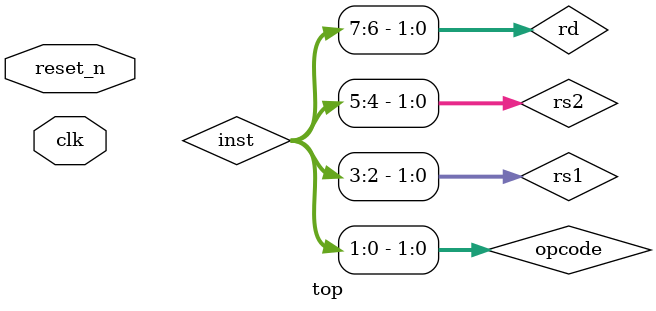
<source format=sv>
`timescale 1ns / 1ps


module top(
    input logic clk,
    input logic reset_n
);
    // set parameters to control size, range, depth of units
    parameter PROG_VALUE = 3;
    parameter IMEM_DEPTH = 4;
    parameter ALU_WIDTH = 16;
    parameter REGF_WIDTH = 16;

    // program counter
    logic [$clog2(PROG_VALUE) - 1:0] current_pc;
    n_bit_counter #(
        .PROG_VALUE(PROG_VALUE)
    ) program_counter_inst (
        .clk(clk),
        .reset_n(reset_n),
        .count(current_pc)
    );

    // instruction memory
    logic [7:0] inst; 
    imem #(
    .IMEM_DEPTH(IMEM_DEPTH)
    ) imem_inst  (
        .addr(current_pc),
        .inst(inst)
    );

    // Use simple and clear names
    // to different parts of inst  
    logic [1:0] rs1, rs2, rd, opcode; 

    assign opcode = inst[1:0]; // Explicit cast still necessary for safety
    assign rs1    = inst[3:2];
    assign rs2    = inst[5:4];
    assign rd     = inst[7:6];

    // Register file 
    logic [ALU_WIDTH  - 1:0] alu_result;
    logic [REGF_WIDTH - 1:0] op1;
    logic [REGF_WIDTH - 1:0] op2;
    
    reg_file #(
        .REGF_WIDTH(REGF_WIDTH)
    ) reg_file_inst (
        .clk(clk),
        .reset_n(reset_n),
        .rs1(rs1),
        .rs2(rs2),
        .rd(rd),
        .data_in(alu_result),
        .op1(op1),
        .op2(op2)
    );

    // ALU 
    alu #(
        .ALU_WIDTH(ALU_WIDTH)
    ) alu_inst (
        .op1(op1),
        .op2(op2),
        .alu_op(opcode), 
        .alu_out(alu_result)
    );

endmodule : top
</source>
